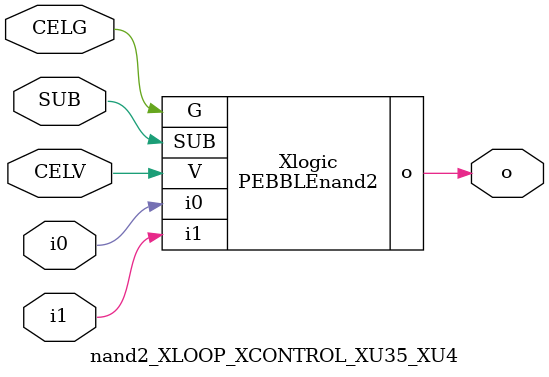
<source format=v>



module PEBBLEnand2 ( o, G, SUB, V, i0, i1 );

  input i0;
  input V;
  input i1;
  input G;
  output o;
  input SUB;
endmodule

//Celera Confidential Do Not Copy nand2_XLOOP_XCONTROL_XU35_XU4
//Celera Confidential Symbol Generator
//5V NAND2
module nand2_XLOOP_XCONTROL_XU35_XU4 (CELV,CELG,i0,i1,o,SUB);
input CELV;
input CELG;
input i0;
input i1;
input SUB;
output o;

//Celera Confidential Do Not Copy nand2
PEBBLEnand2 Xlogic(
.V (CELV),
.i0 (i0),
.i1 (i1),
.o (o),
.SUB (SUB),
.G (CELG)
);
//,diesize,PEBBLEnand2

//Celera Confidential Do Not Copy Module End
//Celera Schematic Generator
endmodule

</source>
